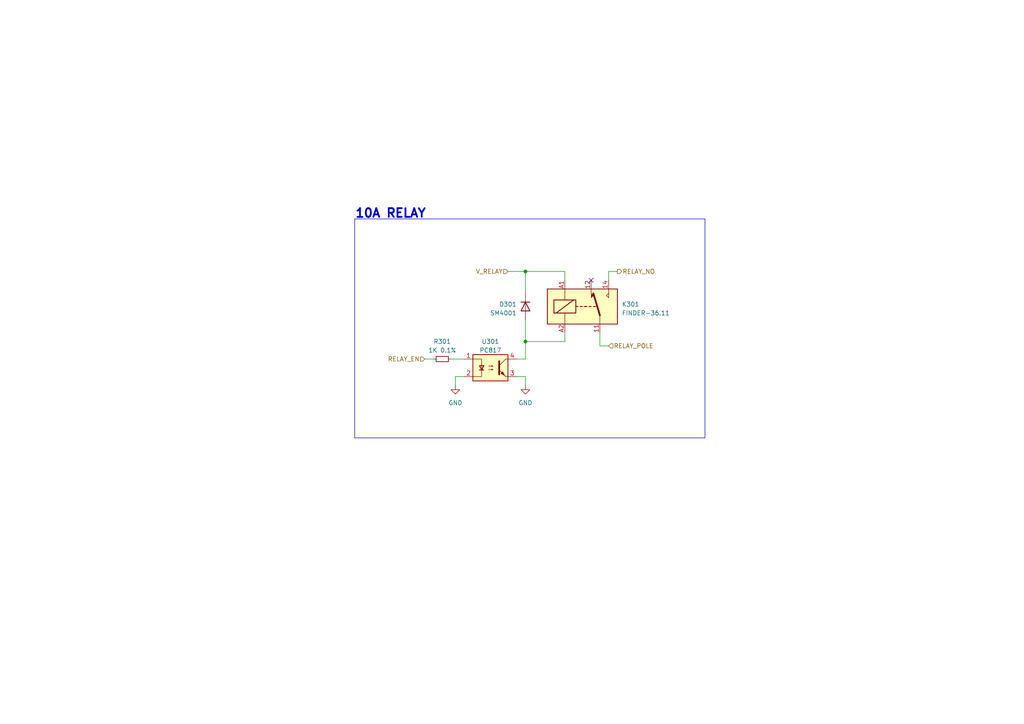
<source format=kicad_sch>
(kicad_sch (version 20230121) (generator eeschema)

  (uuid 181b05e6-3bad-4571-92b3-6c1789fbd278)

  (paper "A4")

  (lib_symbols
    (symbol "Device:R_Small" (pin_numbers hide) (pin_names (offset 0.254) hide) (in_bom yes) (on_board yes)
      (property "Reference" "R" (at 0.762 0.508 0)
        (effects (font (size 1.27 1.27)) (justify left))
      )
      (property "Value" "R_Small" (at 0.762 -1.016 0)
        (effects (font (size 1.27 1.27)) (justify left))
      )
      (property "Footprint" "" (at 0 0 0)
        (effects (font (size 1.27 1.27)) hide)
      )
      (property "Datasheet" "~" (at 0 0 0)
        (effects (font (size 1.27 1.27)) hide)
      )
      (property "ki_keywords" "R resistor" (at 0 0 0)
        (effects (font (size 1.27 1.27)) hide)
      )
      (property "ki_description" "Resistor, small symbol" (at 0 0 0)
        (effects (font (size 1.27 1.27)) hide)
      )
      (property "ki_fp_filters" "R_*" (at 0 0 0)
        (effects (font (size 1.27 1.27)) hide)
      )
      (symbol "R_Small_0_1"
        (rectangle (start -0.762 1.778) (end 0.762 -1.778)
          (stroke (width 0.2032) (type default))
          (fill (type none))
        )
      )
      (symbol "R_Small_1_1"
        (pin passive line (at 0 2.54 270) (length 0.762)
          (name "~" (effects (font (size 1.27 1.27))))
          (number "1" (effects (font (size 1.27 1.27))))
        )
        (pin passive line (at 0 -2.54 90) (length 0.762)
          (name "~" (effects (font (size 1.27 1.27))))
          (number "2" (effects (font (size 1.27 1.27))))
        )
      )
    )
    (symbol "Diode:SM4001" (pin_numbers hide) (pin_names hide) (in_bom yes) (on_board yes)
      (property "Reference" "D" (at 0 2.54 0)
        (effects (font (size 1.27 1.27)))
      )
      (property "Value" "SM4001" (at 0 -2.54 0)
        (effects (font (size 1.27 1.27)))
      )
      (property "Footprint" "Diode_SMD:D_MELF" (at 0 -4.445 0)
        (effects (font (size 1.27 1.27)) hide)
      )
      (property "Datasheet" "http://cdn-reichelt.de/documents/datenblatt/A400/SMD1N400%23DIO.pdf" (at 0 0 0)
        (effects (font (size 1.27 1.27)) hide)
      )
      (property "Sim.Device" "D" (at 0 0 0)
        (effects (font (size 1.27 1.27)) hide)
      )
      (property "Sim.Pins" "1=K 2=A" (at 0 0 0)
        (effects (font (size 1.27 1.27)) hide)
      )
      (property "ki_keywords" "diode" (at 0 0 0)
        (effects (font (size 1.27 1.27)) hide)
      )
      (property "ki_description" "50V 1A General Purpose Rectifier Diode, MELF" (at 0 0 0)
        (effects (font (size 1.27 1.27)) hide)
      )
      (property "ki_fp_filters" "D*MELF*" (at 0 0 0)
        (effects (font (size 1.27 1.27)) hide)
      )
      (symbol "SM4001_0_1"
        (polyline
          (pts
            (xy -1.27 1.27)
            (xy -1.27 -1.27)
          )
          (stroke (width 0.254) (type default))
          (fill (type none))
        )
        (polyline
          (pts
            (xy 1.27 0)
            (xy -1.27 0)
          )
          (stroke (width 0) (type default))
          (fill (type none))
        )
        (polyline
          (pts
            (xy 1.27 1.27)
            (xy 1.27 -1.27)
            (xy -1.27 0)
            (xy 1.27 1.27)
          )
          (stroke (width 0.254) (type default))
          (fill (type none))
        )
      )
      (symbol "SM4001_1_1"
        (pin passive line (at -3.81 0 0) (length 2.54)
          (name "K" (effects (font (size 1.27 1.27))))
          (number "1" (effects (font (size 1.27 1.27))))
        )
        (pin passive line (at 3.81 0 180) (length 2.54)
          (name "A" (effects (font (size 1.27 1.27))))
          (number "2" (effects (font (size 1.27 1.27))))
        )
      )
    )
    (symbol "Isolator:PC817" (pin_names (offset 1.016)) (in_bom yes) (on_board yes)
      (property "Reference" "U" (at -5.08 5.08 0)
        (effects (font (size 1.27 1.27)) (justify left))
      )
      (property "Value" "PC817" (at 0 5.08 0)
        (effects (font (size 1.27 1.27)) (justify left))
      )
      (property "Footprint" "Package_DIP:DIP-4_W7.62mm" (at -5.08 -5.08 0)
        (effects (font (size 1.27 1.27) italic) (justify left) hide)
      )
      (property "Datasheet" "http://www.soselectronic.cz/a_info/resource/d/pc817.pdf" (at 0 0 0)
        (effects (font (size 1.27 1.27)) (justify left) hide)
      )
      (property "ki_keywords" "NPN DC Optocoupler" (at 0 0 0)
        (effects (font (size 1.27 1.27)) hide)
      )
      (property "ki_description" "DC Optocoupler, Vce 35V, CTR 50-300%, DIP-4" (at 0 0 0)
        (effects (font (size 1.27 1.27)) hide)
      )
      (property "ki_fp_filters" "DIP*W7.62mm*" (at 0 0 0)
        (effects (font (size 1.27 1.27)) hide)
      )
      (symbol "PC817_0_1"
        (rectangle (start -5.08 3.81) (end 5.08 -3.81)
          (stroke (width 0.254) (type default))
          (fill (type background))
        )
        (polyline
          (pts
            (xy -3.175 -0.635)
            (xy -1.905 -0.635)
          )
          (stroke (width 0.254) (type default))
          (fill (type none))
        )
        (polyline
          (pts
            (xy 2.54 0.635)
            (xy 4.445 2.54)
          )
          (stroke (width 0) (type default))
          (fill (type none))
        )
        (polyline
          (pts
            (xy 4.445 -2.54)
            (xy 2.54 -0.635)
          )
          (stroke (width 0) (type default))
          (fill (type outline))
        )
        (polyline
          (pts
            (xy 4.445 -2.54)
            (xy 5.08 -2.54)
          )
          (stroke (width 0) (type default))
          (fill (type none))
        )
        (polyline
          (pts
            (xy 4.445 2.54)
            (xy 5.08 2.54)
          )
          (stroke (width 0) (type default))
          (fill (type none))
        )
        (polyline
          (pts
            (xy -5.08 2.54)
            (xy -2.54 2.54)
            (xy -2.54 -0.635)
          )
          (stroke (width 0) (type default))
          (fill (type none))
        )
        (polyline
          (pts
            (xy -2.54 -0.635)
            (xy -2.54 -2.54)
            (xy -5.08 -2.54)
          )
          (stroke (width 0) (type default))
          (fill (type none))
        )
        (polyline
          (pts
            (xy 2.54 1.905)
            (xy 2.54 -1.905)
            (xy 2.54 -1.905)
          )
          (stroke (width 0.508) (type default))
          (fill (type none))
        )
        (polyline
          (pts
            (xy -2.54 -0.635)
            (xy -3.175 0.635)
            (xy -1.905 0.635)
            (xy -2.54 -0.635)
          )
          (stroke (width 0.254) (type default))
          (fill (type none))
        )
        (polyline
          (pts
            (xy -0.508 -0.508)
            (xy 0.762 -0.508)
            (xy 0.381 -0.635)
            (xy 0.381 -0.381)
            (xy 0.762 -0.508)
          )
          (stroke (width 0) (type default))
          (fill (type none))
        )
        (polyline
          (pts
            (xy -0.508 0.508)
            (xy 0.762 0.508)
            (xy 0.381 0.381)
            (xy 0.381 0.635)
            (xy 0.762 0.508)
          )
          (stroke (width 0) (type default))
          (fill (type none))
        )
        (polyline
          (pts
            (xy 3.048 -1.651)
            (xy 3.556 -1.143)
            (xy 4.064 -2.159)
            (xy 3.048 -1.651)
            (xy 3.048 -1.651)
          )
          (stroke (width 0) (type default))
          (fill (type outline))
        )
      )
      (symbol "PC817_1_1"
        (pin passive line (at -7.62 2.54 0) (length 2.54)
          (name "~" (effects (font (size 1.27 1.27))))
          (number "1" (effects (font (size 1.27 1.27))))
        )
        (pin passive line (at -7.62 -2.54 0) (length 2.54)
          (name "~" (effects (font (size 1.27 1.27))))
          (number "2" (effects (font (size 1.27 1.27))))
        )
        (pin passive line (at 7.62 -2.54 180) (length 2.54)
          (name "~" (effects (font (size 1.27 1.27))))
          (number "3" (effects (font (size 1.27 1.27))))
        )
        (pin passive line (at 7.62 2.54 180) (length 2.54)
          (name "~" (effects (font (size 1.27 1.27))))
          (number "4" (effects (font (size 1.27 1.27))))
        )
      )
    )
    (symbol "Relay:FINDER-36.11" (in_bom yes) (on_board yes)
      (property "Reference" "K" (at 11.43 3.81 0)
        (effects (font (size 1.27 1.27)) (justify left))
      )
      (property "Value" "FINDER-36.11" (at 11.43 1.27 0)
        (effects (font (size 1.27 1.27)) (justify left))
      )
      (property "Footprint" "Relay_THT:Relay_SPDT_Finder_36.11" (at 32.258 -0.762 0)
        (effects (font (size 1.27 1.27)) hide)
      )
      (property "Datasheet" "https://gfinder.findernet.com/public/attachments/36/EN/S36EN.pdf" (at 0 0 0)
        (effects (font (size 1.27 1.27)) hide)
      )
      (property "ki_keywords" "spdt relay" (at 0 0 0)
        (effects (font (size 1.27 1.27)) hide)
      )
      (property "ki_description" "FINDER 36.11, SPDT relay, 10A" (at 0 0 0)
        (effects (font (size 1.27 1.27)) hide)
      )
      (property "ki_fp_filters" "Relay*SPDT*Finder*36.11*" (at 0 0 0)
        (effects (font (size 1.27 1.27)) hide)
      )
      (symbol "FINDER-36.11_0_0"
        (polyline
          (pts
            (xy 2.54 3.81)
            (xy 2.54 5.08)
          )
          (stroke (width 0) (type default))
          (fill (type none))
        )
        (polyline
          (pts
            (xy 7.62 3.81)
            (xy 7.62 5.08)
          )
          (stroke (width 0) (type default))
          (fill (type none))
        )
        (polyline
          (pts
            (xy 7.62 3.81)
            (xy 7.62 2.54)
            (xy 6.985 3.175)
            (xy 7.62 3.81)
          )
          (stroke (width 0) (type default))
          (fill (type none))
        )
      )
      (symbol "FINDER-36.11_0_1"
        (rectangle (start -10.16 5.08) (end 10.16 -5.08)
          (stroke (width 0.254) (type default))
          (fill (type background))
        )
        (rectangle (start -8.255 1.905) (end -1.905 -1.905)
          (stroke (width 0.254) (type default))
          (fill (type none))
        )
        (polyline
          (pts
            (xy -7.62 -1.905)
            (xy -2.54 1.905)
          )
          (stroke (width 0.254) (type default))
          (fill (type none))
        )
        (polyline
          (pts
            (xy -5.08 -5.08)
            (xy -5.08 -1.905)
          )
          (stroke (width 0) (type default))
          (fill (type none))
        )
        (polyline
          (pts
            (xy -5.08 5.08)
            (xy -5.08 1.905)
          )
          (stroke (width 0) (type default))
          (fill (type none))
        )
        (polyline
          (pts
            (xy -1.905 0)
            (xy -1.27 0)
          )
          (stroke (width 0.254) (type default))
          (fill (type none))
        )
        (polyline
          (pts
            (xy -0.635 0)
            (xy 0 0)
          )
          (stroke (width 0.254) (type default))
          (fill (type none))
        )
        (polyline
          (pts
            (xy 0.635 0)
            (xy 1.27 0)
          )
          (stroke (width 0.254) (type default))
          (fill (type none))
        )
        (polyline
          (pts
            (xy 0.635 0)
            (xy 1.27 0)
          )
          (stroke (width 0.254) (type default))
          (fill (type none))
        )
        (polyline
          (pts
            (xy 1.905 0)
            (xy 2.54 0)
          )
          (stroke (width 0.254) (type default))
          (fill (type none))
        )
        (polyline
          (pts
            (xy 3.175 0)
            (xy 3.81 0)
          )
          (stroke (width 0.254) (type default))
          (fill (type none))
        )
        (polyline
          (pts
            (xy 5.08 -2.54)
            (xy 3.175 3.81)
          )
          (stroke (width 0.508) (type default))
          (fill (type none))
        )
        (polyline
          (pts
            (xy 5.08 -2.54)
            (xy 5.08 -5.08)
          )
          (stroke (width 0) (type default))
          (fill (type none))
        )
        (polyline
          (pts
            (xy 2.54 2.54)
            (xy 3.175 3.175)
            (xy 2.54 3.81)
          )
          (stroke (width 0) (type default))
          (fill (type outline))
        )
      )
      (symbol "FINDER-36.11_1_1"
        (pin passive line (at 5.08 -7.62 90) (length 2.54)
          (name "~" (effects (font (size 1.27 1.27))))
          (number "11" (effects (font (size 1.27 1.27))))
        )
        (pin passive line (at 2.54 7.62 270) (length 2.54)
          (name "~" (effects (font (size 1.27 1.27))))
          (number "12" (effects (font (size 1.27 1.27))))
        )
        (pin passive line (at 7.62 7.62 270) (length 2.54)
          (name "~" (effects (font (size 1.27 1.27))))
          (number "14" (effects (font (size 1.27 1.27))))
        )
        (pin passive line (at -5.08 7.62 270) (length 2.54)
          (name "~" (effects (font (size 1.27 1.27))))
          (number "A1" (effects (font (size 1.27 1.27))))
        )
        (pin passive line (at -5.08 -7.62 90) (length 2.54)
          (name "~" (effects (font (size 1.27 1.27))))
          (number "A2" (effects (font (size 1.27 1.27))))
        )
      )
    )
    (symbol "power:GND" (power) (pin_names (offset 0)) (in_bom yes) (on_board yes)
      (property "Reference" "#PWR" (at 0 -6.35 0)
        (effects (font (size 1.27 1.27)) hide)
      )
      (property "Value" "GND" (at 0 -3.81 0)
        (effects (font (size 1.27 1.27)))
      )
      (property "Footprint" "" (at 0 0 0)
        (effects (font (size 1.27 1.27)) hide)
      )
      (property "Datasheet" "" (at 0 0 0)
        (effects (font (size 1.27 1.27)) hide)
      )
      (property "ki_keywords" "global power" (at 0 0 0)
        (effects (font (size 1.27 1.27)) hide)
      )
      (property "ki_description" "Power symbol creates a global label with name \"GND\" , ground" (at 0 0 0)
        (effects (font (size 1.27 1.27)) hide)
      )
      (symbol "GND_0_1"
        (polyline
          (pts
            (xy 0 0)
            (xy 0 -1.27)
            (xy 1.27 -1.27)
            (xy 0 -2.54)
            (xy -1.27 -1.27)
            (xy 0 -1.27)
          )
          (stroke (width 0) (type default))
          (fill (type none))
        )
      )
      (symbol "GND_1_1"
        (pin power_in line (at 0 0 270) (length 0) hide
          (name "GND" (effects (font (size 1.27 1.27))))
          (number "1" (effects (font (size 1.27 1.27))))
        )
      )
    )
  )

  (junction (at 152.4 99.06) (diameter 0) (color 0 0 0 0)
    (uuid ba1e8d50-9fbc-4598-857c-278967da0c84)
  )
  (junction (at 152.4 78.74) (diameter 0) (color 0 0 0 0)
    (uuid c80902ac-034b-44ff-b616-bcf31f9a9f79)
  )

  (no_connect (at 171.45 81.28) (uuid 35119aa8-0541-4375-8a57-0553fb9dd5ac))

  (wire (pts (xy 123.19 104.14) (xy 125.73 104.14))
    (stroke (width 0) (type default))
    (uuid 0368f85e-6195-4ee2-b59b-6539d88769e7)
  )
  (polyline (pts (xy 102.87 63.5) (xy 204.47 63.5))
    (stroke (width 0) (type default))
    (uuid 08cda9db-aa56-412c-9a62-ad868e4a00af)
  )

  (wire (pts (xy 152.4 109.22) (xy 152.4 111.76))
    (stroke (width 0) (type default))
    (uuid 0f4c0d2b-ea7e-472f-8020-9dd614b1006a)
  )
  (wire (pts (xy 163.83 99.06) (xy 163.83 96.52))
    (stroke (width 0) (type default))
    (uuid 15c63434-38e5-484a-b1ef-96e727869453)
  )
  (wire (pts (xy 176.53 78.74) (xy 176.53 81.28))
    (stroke (width 0) (type default))
    (uuid 23518dba-7a0f-41ed-a3bf-f2d2ff6fa4c7)
  )
  (wire (pts (xy 163.83 78.74) (xy 163.83 81.28))
    (stroke (width 0) (type default))
    (uuid 2567f892-db91-45a3-b111-dd316ce24487)
  )
  (wire (pts (xy 173.99 96.52) (xy 173.99 100.33))
    (stroke (width 0) (type default))
    (uuid 2cd8e8b9-e33b-4a66-a2b9-4150fbb111b1)
  )
  (wire (pts (xy 173.99 100.33) (xy 176.53 100.33))
    (stroke (width 0) (type default))
    (uuid 30dd47e5-a358-499e-8d24-21ea4c6f2a06)
  )
  (wire (pts (xy 134.62 109.22) (xy 132.08 109.22))
    (stroke (width 0) (type default))
    (uuid 373774b3-d61c-4ce9-9399-4bf4828e8142)
  )
  (wire (pts (xy 147.32 78.74) (xy 152.4 78.74))
    (stroke (width 0) (type default))
    (uuid 3d6c6d3f-1d58-4f00-b770-ea22abfdf57d)
  )
  (wire (pts (xy 152.4 85.09) (xy 152.4 78.74))
    (stroke (width 0) (type default))
    (uuid 3fc060ba-f44e-49c4-ac7f-aa27f6d6bc99)
  )
  (wire (pts (xy 149.86 109.22) (xy 152.4 109.22))
    (stroke (width 0) (type default))
    (uuid 445bf39d-5cbe-4c26-a427-de3e2df968fc)
  )
  (polyline (pts (xy 204.47 63.5) (xy 204.47 127))
    (stroke (width 0) (type default))
    (uuid 48c7451f-9c80-4710-aad4-7b7f38c0cbda)
  )

  (wire (pts (xy 152.4 99.06) (xy 152.4 104.14))
    (stroke (width 0) (type default))
    (uuid 4f8f18b7-3259-44f8-8dd2-8c04654b8aa2)
  )
  (polyline (pts (xy 204.47 127) (xy 102.87 127))
    (stroke (width 0) (type default))
    (uuid 6305a6bd-da15-4002-a194-06075dec6f1b)
  )

  (wire (pts (xy 152.4 104.14) (xy 149.86 104.14))
    (stroke (width 0) (type default))
    (uuid 6c78d32c-2579-4b8f-a0ef-f9784cda37da)
  )
  (wire (pts (xy 179.07 78.74) (xy 176.53 78.74))
    (stroke (width 0) (type default))
    (uuid 74ef17ef-b71e-424c-918f-f96fb2dce4e0)
  )
  (polyline (pts (xy 102.87 127) (xy 102.87 63.5))
    (stroke (width 0) (type default))
    (uuid 992d0f48-6c8f-46c4-943c-2fb113ea22c1)
  )

  (wire (pts (xy 132.08 109.22) (xy 132.08 111.76))
    (stroke (width 0) (type default))
    (uuid 9a72a476-a156-441d-bfbf-1727c6f6285e)
  )
  (wire (pts (xy 152.4 99.06) (xy 163.83 99.06))
    (stroke (width 0) (type default))
    (uuid cf462364-104d-473d-9537-7cd47870edfd)
  )
  (wire (pts (xy 130.81 104.14) (xy 134.62 104.14))
    (stroke (width 0) (type default))
    (uuid edb3b351-8692-42cb-91cd-8f56a522bd7f)
  )
  (wire (pts (xy 152.4 92.71) (xy 152.4 99.06))
    (stroke (width 0) (type default))
    (uuid ef69bb64-3b67-4c1a-83f1-4923b6e6cca1)
  )
  (wire (pts (xy 152.4 78.74) (xy 163.83 78.74))
    (stroke (width 0) (type default))
    (uuid f43bab52-0976-48f0-98a6-38a6fe041ea0)
  )

  (text "10A RELAY" (at 102.87 63.5 0)
    (effects (font (size 2.54 2.54) (thickness 0.508) bold) (justify left bottom))
    (uuid fa62c40f-7497-4df8-bd6d-efbdf2da7b88)
  )

  (hierarchical_label "RELAY_NO" (shape output) (at 179.07 78.74 0) (fields_autoplaced)
    (effects (font (size 1.27 1.27)) (justify left))
    (uuid 30374f5c-8496-40b4-b950-0d11cdfb1a06)
  )
  (hierarchical_label "RELAY_EN" (shape input) (at 123.19 104.14 180) (fields_autoplaced)
    (effects (font (size 1.27 1.27)) (justify right))
    (uuid 30590531-591c-477a-8d0a-6a9079de5e6c)
  )
  (hierarchical_label "RELAY_POLE" (shape input) (at 176.53 100.33 0) (fields_autoplaced)
    (effects (font (size 1.27 1.27)) (justify left))
    (uuid 716551a7-27ee-486a-b62f-3fce53dfa592)
  )
  (hierarchical_label "V_RELAY" (shape input) (at 147.32 78.74 180) (fields_autoplaced)
    (effects (font (size 1.27 1.27)) (justify right))
    (uuid 8305d432-69d3-4a73-9e32-f75f3d0c5183)
  )

  (symbol (lib_id "power:GND") (at 132.08 111.76 0) (mirror y) (unit 1)
    (in_bom yes) (on_board yes) (dnp no) (fields_autoplaced)
    (uuid 09c23c5c-23df-432b-8c96-58234e6ca0a9)
    (property "Reference" "#PWR0302" (at 132.08 118.11 0)
      (effects (font (size 1.27 1.27)) hide)
    )
    (property "Value" "GND" (at 132.08 116.84 0)
      (effects (font (size 1.27 1.27)))
    )
    (property "Footprint" "" (at 132.08 111.76 0)
      (effects (font (size 1.27 1.27)) hide)
    )
    (property "Datasheet" "" (at 132.08 111.76 0)
      (effects (font (size 1.27 1.27)) hide)
    )
    (pin "1" (uuid 7017e127-0c06-44ae-96f0-436d2fee474c))
    (instances
      (project "GeoLock"
        (path "/80d4c9d2-1c04-4831-bf83-6e9f81c3a88b/e67a8f29-aa64-4770-a5f2-54c85e29566d"
          (reference "#PWR0302") (unit 1)
        )
      )
      (project "IoT_Agrifarm"
        (path "/e886365f-2304-4290-beeb-1e373de9e66a/0e9c7fa3-18fa-461d-88a5-d6a99c81807f"
          (reference "#PWR0401") (unit 1)
        )
      )
    )
  )

  (symbol (lib_id "Device:R_Small") (at 128.27 104.14 90) (unit 1)
    (in_bom yes) (on_board yes) (dnp no) (fields_autoplaced)
    (uuid 0b783d93-27a0-4579-82a9-81bf727aef72)
    (property "Reference" "R301" (at 128.27 99.06 90)
      (effects (font (size 1.27 1.27)))
    )
    (property "Value" "1K 0.1%" (at 128.27 101.6 90)
      (effects (font (size 1.27 1.27)))
    )
    (property "Footprint" "Resistor_SMD:R_0402_1005Metric" (at 128.27 104.14 0)
      (effects (font (size 1.27 1.27)) hide)
    )
    (property "Datasheet" "~" (at 128.27 104.14 0)
      (effects (font (size 1.27 1.27)) hide)
    )
    (property "VENDOR" "LCSC" (at 128.27 104.14 0)
      (effects (font (size 1.27 1.27)) hide)
    )
    (property "MANUFACTURER" "Viking Tech" (at 128.27 104.14 0)
      (effects (font (size 1.27 1.27)) hide)
    )
    (property "MPN" "ARG02BTC1001" (at 128.27 104.14 0)
      (effects (font (size 1.27 1.27)) hide)
    )
    (property "UNIT PRICE" "0.019" (at 128.27 104.14 0)
      (effects (font (size 1.27 1.27)) hide)
    )
    (property "JLCPCB PART#" "C2984405" (at 128.27 104.14 0)
      (effects (font (size 1.27 1.27)) hide)
    )
    (pin "1" (uuid 85dd8614-5a27-41b8-ac38-9f18e50bde87))
    (pin "2" (uuid c3d64bbe-ce7b-4c10-899d-616330915018))
    (instances
      (project "GeoLock"
        (path "/80d4c9d2-1c04-4831-bf83-6e9f81c3a88b/e67a8f29-aa64-4770-a5f2-54c85e29566d"
          (reference "R301") (unit 1)
        )
      )
      (project "IoT_Agrifarm"
        (path "/e886365f-2304-4290-beeb-1e373de9e66a/0e9c7fa3-18fa-461d-88a5-d6a99c81807f"
          (reference "R401") (unit 1)
        )
      )
    )
  )

  (symbol (lib_id "Diode:SM4001") (at 152.4 88.9 270) (unit 1)
    (in_bom yes) (on_board yes) (dnp no)
    (uuid 180ec2c7-2892-4345-aeec-71bb4cc0915d)
    (property "Reference" "D301" (at 149.86 88.265 90)
      (effects (font (size 1.27 1.27)) (justify right))
    )
    (property "Value" "SM4001" (at 149.86 90.805 90)
      (effects (font (size 1.27 1.27)) (justify right))
    )
    (property "Footprint" "Diode_SMD:D_MELF" (at 147.955 88.9 0)
      (effects (font (size 1.27 1.27)) hide)
    )
    (property "Datasheet" "http://cdn-reichelt.de/documents/datenblatt/A400/SMD1N400%23DIO.pdf" (at 152.4 88.9 0)
      (effects (font (size 1.27 1.27)) hide)
    )
    (property "VENDOR" "LCSC" (at 152.4 88.9 0)
      (effects (font (size 1.27 1.27)) hide)
    )
    (property "MANUFACTURER" "MCC(Micro Commercial Components)" (at 152.4 88.9 0)
      (effects (font (size 1.27 1.27)) hide)
    )
    (property "MPN" "SM4001PL-TP" (at 152.4 88.9 0)
      (effects (font (size 1.27 1.27)) hide)
    )
    (property "UNIT PRICE" "0.0207 " (at 152.4 88.9 0)
      (effects (font (size 1.27 1.27)) hide)
    )
    (property "JLCPCB PART#" "C151781" (at 152.4 88.9 0)
      (effects (font (size 1.27 1.27)) hide)
    )
    (pin "1" (uuid 27a83c6d-d293-484b-91d1-a102770d19d6))
    (pin "2" (uuid d3800ef8-4f25-4e9b-a1eb-fd585f801f0a))
    (instances
      (project "GeoLock"
        (path "/80d4c9d2-1c04-4831-bf83-6e9f81c3a88b/e67a8f29-aa64-4770-a5f2-54c85e29566d"
          (reference "D301") (unit 1)
        )
      )
      (project "IoT_Agrifarm"
        (path "/e886365f-2304-4290-beeb-1e373de9e66a/0e9c7fa3-18fa-461d-88a5-d6a99c81807f"
          (reference "D401") (unit 1)
        )
      )
    )
  )

  (symbol (lib_id "power:GND") (at 152.4 111.76 0) (unit 1)
    (in_bom yes) (on_board yes) (dnp no) (fields_autoplaced)
    (uuid 9c5ed06a-7bbc-4e80-9f49-0d6909877068)
    (property "Reference" "#PWR0303" (at 152.4 118.11 0)
      (effects (font (size 1.27 1.27)) hide)
    )
    (property "Value" "GND" (at 152.4 116.84 0)
      (effects (font (size 1.27 1.27)))
    )
    (property "Footprint" "" (at 152.4 111.76 0)
      (effects (font (size 1.27 1.27)) hide)
    )
    (property "Datasheet" "" (at 152.4 111.76 0)
      (effects (font (size 1.27 1.27)) hide)
    )
    (pin "1" (uuid 51d5def8-d9be-4aa1-b6b2-f0ee48acfbca))
    (instances
      (project "GeoLock"
        (path "/80d4c9d2-1c04-4831-bf83-6e9f81c3a88b/e67a8f29-aa64-4770-a5f2-54c85e29566d"
          (reference "#PWR0303") (unit 1)
        )
      )
      (project "IoT_Agrifarm"
        (path "/e886365f-2304-4290-beeb-1e373de9e66a/0e9c7fa3-18fa-461d-88a5-d6a99c81807f"
          (reference "#PWR0402") (unit 1)
        )
      )
    )
  )

  (symbol (lib_id "Isolator:PC817") (at 142.24 106.68 0) (unit 1)
    (in_bom yes) (on_board yes) (dnp no) (fields_autoplaced)
    (uuid ac3e8645-8e51-4989-8708-97d99d4ea6f7)
    (property "Reference" "U301" (at 142.24 99.06 0)
      (effects (font (size 1.27 1.27)))
    )
    (property "Value" "PC817" (at 142.24 101.6 0)
      (effects (font (size 1.27 1.27)))
    )
    (property "Footprint" "Package_DIP:DIP-4_W7.62mm" (at 137.16 111.76 0)
      (effects (font (size 1.27 1.27) italic) (justify left) hide)
    )
    (property "Datasheet" "http://www.soselectronic.cz/a_info/resource/d/pc817.pdf" (at 142.24 106.68 0)
      (effects (font (size 1.27 1.27)) (justify left) hide)
    )
    (property "VENDOR" "LCSC" (at 142.24 106.68 0)
      (effects (font (size 1.27 1.27)) hide)
    )
    (property "MANUFACTURER" "GOODWORK" (at 142.24 106.68 0)
      (effects (font (size 1.27 1.27)) hide)
    )
    (property "MPN" "PC817C" (at 142.24 106.68 0)
      (effects (font (size 1.27 1.27)) hide)
    )
    (property "UNIT PRICE" "0.0340 " (at 142.24 106.68 0)
      (effects (font (size 1.27 1.27)) hide)
    )
    (property "JLCPCB PART#" "C3025068" (at 142.24 106.68 0)
      (effects (font (size 1.27 1.27)) hide)
    )
    (pin "1" (uuid 2e13e446-7291-4413-8ef6-30ae3b548e7c))
    (pin "2" (uuid 67c392a1-d9f3-4462-b562-0ce3670fadd1))
    (pin "3" (uuid 5f063f74-ff21-432a-bbb4-ed544c3d1ed5))
    (pin "4" (uuid 23b85530-70ad-451a-b144-d024fa79b0d9))
    (instances
      (project "GeoLock"
        (path "/80d4c9d2-1c04-4831-bf83-6e9f81c3a88b/e67a8f29-aa64-4770-a5f2-54c85e29566d"
          (reference "U301") (unit 1)
        )
      )
      (project "IoT_Agrifarm"
        (path "/e886365f-2304-4290-beeb-1e373de9e66a/0e9c7fa3-18fa-461d-88a5-d6a99c81807f"
          (reference "U401") (unit 1)
        )
      )
    )
  )

  (symbol (lib_id "Relay:FINDER-36.11") (at 168.91 88.9 0) (unit 1)
    (in_bom yes) (on_board yes) (dnp no) (fields_autoplaced)
    (uuid e4526dc2-76cf-463a-8231-ac1badf2729a)
    (property "Reference" "K301" (at 180.34 88.265 0)
      (effects (font (size 1.27 1.27)) (justify left))
    )
    (property "Value" "FINDER-36.11" (at 180.34 90.805 0)
      (effects (font (size 1.27 1.27)) (justify left))
    )
    (property "Footprint" "Relay_THT:Relay_SPDT_Finder_36.11" (at 201.168 89.662 0)
      (effects (font (size 1.27 1.27)) hide)
    )
    (property "Datasheet" "https://gfinder.findernet.com/public/attachments/36/EN/S36EN.pdf" (at 168.91 88.9 0)
      (effects (font (size 1.27 1.27)) hide)
    )
    (property "VENDOR" "LCSC" (at 168.91 88.9 0)
      (effects (font (size 1.27 1.27)) hide)
    )
    (property "MANUFACTURER" "Ningbo Songle Relay " (at 168.91 88.9 0)
      (effects (font (size 1.27 1.27)) hide)
    )
    (property "MPN" "SRD-12VDC-SL-A" (at 168.91 88.9 0)
      (effects (font (size 1.27 1.27)) hide)
    )
    (property "UNIT PRICE" "0.3341" (at 168.91 88.9 0)
      (effects (font (size 1.27 1.27)) hide)
    )
    (property "JLCPCB PART#" "C93716" (at 168.91 88.9 0)
      (effects (font (size 1.27 1.27)) hide)
    )
    (pin "11" (uuid 8d38286c-68b3-438c-a2ae-1c4fa9fb2dad))
    (pin "12" (uuid 7d31f02b-888a-4516-b161-56b9d576ed09))
    (pin "14" (uuid c81a0db5-72e7-4604-a71b-8cc09b7111bf))
    (pin "A1" (uuid ef1a251f-3c94-40e5-9282-3906b4c1588d))
    (pin "A2" (uuid ca88a5f2-a822-4467-b4ca-0c240c36b8e7))
    (instances
      (project "GeoLock"
        (path "/80d4c9d2-1c04-4831-bf83-6e9f81c3a88b/e67a8f29-aa64-4770-a5f2-54c85e29566d"
          (reference "K301") (unit 1)
        )
      )
      (project "IoT_Agrifarm"
        (path "/e886365f-2304-4290-beeb-1e373de9e66a/0e9c7fa3-18fa-461d-88a5-d6a99c81807f"
          (reference "K401") (unit 1)
        )
      )
    )
  )
)

</source>
